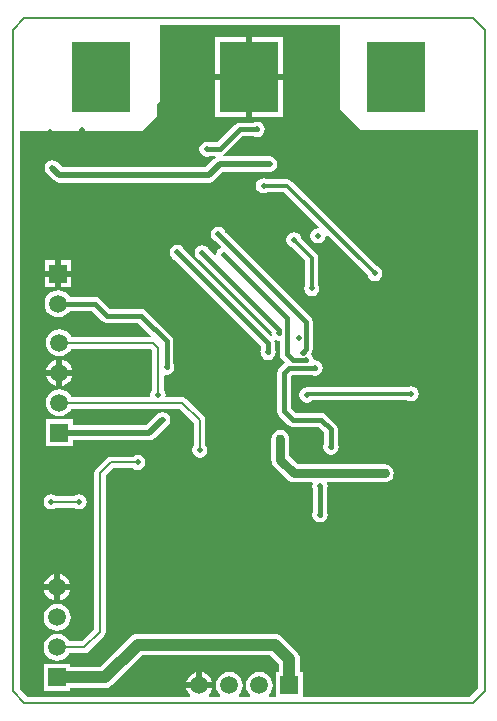
<source format=gbl>
%FSLAX25Y25*%
%MOIN*%
G70*
G01*
G75*
G04 Layer_Physical_Order=2*
G04 Layer_Color=16711680*
%ADD10R,0.02756X0.03347*%
%ADD11R,0.03347X0.02756*%
%ADD12O,0.05500X0.02500*%
%ADD13R,0.05500X0.02500*%
%ADD14R,0.07874X0.07874*%
%ADD15R,0.07087X0.03937*%
%ADD16R,0.05118X0.03937*%
%ADD17R,0.07874X0.07874*%
%ADD18O,0.01969X0.03543*%
%ADD19O,0.01969X0.03543*%
%ADD20R,0.01969X0.03543*%
%ADD21O,0.04724X0.00984*%
%ADD22R,0.04724X0.01772*%
%ADD23O,0.04724X0.01772*%
%ADD24O,0.00984X0.04724*%
%ADD25O,0.01772X0.04724*%
%ADD26R,0.03937X0.02362*%
%ADD27R,0.04724X0.02362*%
%ADD28R,0.06299X0.07087*%
%ADD29R,0.03347X0.01575*%
%ADD30R,0.02362X0.04724*%
%ADD31R,0.02362X0.03937*%
%ADD32C,0.02000*%
%ADD33C,0.01200*%
%ADD34C,0.04000*%
%ADD35C,0.00800*%
%ADD36C,0.01500*%
%ADD37C,0.01000*%
%ADD38C,0.03000*%
%ADD39C,0.00500*%
%ADD40R,0.05906X0.05906*%
%ADD41C,0.05906*%
%ADD42R,0.05906X0.05906*%
%ADD43R,0.19685X0.23622*%
%ADD44C,0.02000*%
%ADD45C,0.03000*%
G36*
X207000Y-70100D02*
X213800Y-76900D01*
X253016D01*
Y-262961D01*
X250261Y-265716D01*
X194453D01*
Y-257547D01*
X193530D01*
Y-253300D01*
X193410Y-252386D01*
X193057Y-251535D01*
X192496Y-250804D01*
X187596Y-245904D01*
X186865Y-245343D01*
X186014Y-244990D01*
X185100Y-244870D01*
X139400D01*
X138486Y-244990D01*
X137635Y-245343D01*
X136904Y-245904D01*
X127038Y-255770D01*
X117053D01*
Y-254847D01*
X108147D01*
Y-263753D01*
X117053D01*
Y-262830D01*
X128500D01*
X129414Y-262710D01*
X130265Y-262357D01*
X130996Y-261796D01*
X140862Y-251930D01*
X183638D01*
X186470Y-254762D01*
Y-257547D01*
X185547D01*
Y-265716D01*
X183250D01*
X183089Y-265242D01*
X183176Y-265176D01*
X183889Y-264246D01*
X184338Y-263162D01*
X184491Y-262000D01*
X184338Y-260838D01*
X183889Y-259754D01*
X183176Y-258824D01*
X182246Y-258110D01*
X181162Y-257662D01*
X180000Y-257509D01*
X178838Y-257662D01*
X177754Y-258110D01*
X176824Y-258824D01*
X176110Y-259754D01*
X175662Y-260838D01*
X175509Y-262000D01*
X175662Y-263162D01*
X176110Y-264246D01*
X176824Y-265176D01*
X176911Y-265242D01*
X176750Y-265716D01*
X173250D01*
X173089Y-265242D01*
X173176Y-265176D01*
X173890Y-264246D01*
X174338Y-263162D01*
X174491Y-262000D01*
X174338Y-260838D01*
X173890Y-259754D01*
X173176Y-258824D01*
X172246Y-258110D01*
X171162Y-257662D01*
X170000Y-257509D01*
X168838Y-257662D01*
X167754Y-258110D01*
X166824Y-258824D01*
X166111Y-259754D01*
X165662Y-260838D01*
X165509Y-262000D01*
X165662Y-263162D01*
X166111Y-264246D01*
X166824Y-265176D01*
X166911Y-265242D01*
X166750Y-265716D01*
X163250D01*
X163089Y-265242D01*
X163176Y-265176D01*
X163890Y-264246D01*
X164338Y-263162D01*
X164359Y-263000D01*
X155640D01*
X155662Y-263162D01*
X156111Y-264246D01*
X156824Y-265176D01*
X156911Y-265242D01*
X156750Y-265716D01*
X102739D01*
X100084Y-263061D01*
Y-77105D01*
X140905D01*
X145905Y-72105D01*
Y-68106D01*
X146906Y-67106D01*
Y-41989D01*
X207000D01*
Y-70100D01*
D02*
G37*
%LPC*%
G36*
X139406Y-185151D02*
X138430Y-185345D01*
X137805Y-185763D01*
X130500D01*
X129759Y-185910D01*
X129130Y-186330D01*
X125530Y-189930D01*
X125110Y-190559D01*
X124963Y-191300D01*
Y-243298D01*
X120898Y-247363D01*
X116617D01*
X116490Y-247054D01*
X115776Y-246124D01*
X114846Y-245410D01*
X113762Y-244962D01*
X112600Y-244809D01*
X111438Y-244962D01*
X110354Y-245410D01*
X109424Y-246124D01*
X108711Y-247054D01*
X108262Y-248138D01*
X108109Y-249300D01*
X108262Y-250462D01*
X108711Y-251546D01*
X109424Y-252476D01*
X110354Y-253189D01*
X111438Y-253638D01*
X112600Y-253791D01*
X113762Y-253638D01*
X114846Y-253189D01*
X115776Y-252476D01*
X116490Y-251546D01*
X116617Y-251237D01*
X121700D01*
X122441Y-251090D01*
X123070Y-250670D01*
X123070Y-250670D01*
X123070Y-250670D01*
X128270Y-245470D01*
X128690Y-244841D01*
X128837Y-244100D01*
X128837Y-244100D01*
X128837Y-244100D01*
Y-244100D01*
Y-192102D01*
X131302Y-189637D01*
X137805D01*
X138430Y-190055D01*
X139406Y-190249D01*
X140381Y-190055D01*
X141208Y-189502D01*
X141761Y-188675D01*
X141955Y-187700D01*
X141761Y-186724D01*
X141208Y-185898D01*
X140381Y-185345D01*
X139406Y-185151D01*
D02*
G37*
G36*
X187000Y-176932D02*
X186217Y-177035D01*
X185487Y-177338D01*
X184860Y-177819D01*
X184379Y-178445D01*
X184077Y-179175D01*
X183974Y-179958D01*
Y-186800D01*
X184077Y-187583D01*
X184291Y-188099D01*
X184379Y-188313D01*
X184860Y-188940D01*
X189360Y-193440D01*
X189987Y-193921D01*
X190201Y-194009D01*
X190717Y-194223D01*
X191500Y-194326D01*
X197502D01*
X197819Y-194712D01*
X197677Y-195426D01*
X197871Y-196401D01*
X197932Y-196493D01*
Y-204059D01*
X197871Y-204151D01*
X197677Y-205126D01*
X197871Y-206101D01*
X198424Y-206928D01*
X199250Y-207481D01*
X200226Y-207675D01*
X201201Y-207481D01*
X202028Y-206928D01*
X202581Y-206101D01*
X202775Y-205126D01*
X202581Y-204151D01*
X202520Y-204059D01*
Y-196493D01*
X202581Y-196401D01*
X202775Y-195426D01*
X202581Y-194450D01*
X202648Y-194326D01*
X221795D01*
X221797Y-194325D01*
X221800Y-194326D01*
X222583Y-194223D01*
X223313Y-193921D01*
X223940Y-193440D01*
X224420Y-192813D01*
X224723Y-192083D01*
X224826Y-191300D01*
X224723Y-190517D01*
X224420Y-189787D01*
X223940Y-189160D01*
X223313Y-188680D01*
X222583Y-188377D01*
X221800Y-188274D01*
X221797Y-188275D01*
X221795Y-188274D01*
X192753D01*
X190026Y-185547D01*
Y-179958D01*
X189923Y-179175D01*
X189620Y-178445D01*
X189140Y-177819D01*
X188513Y-177338D01*
X187783Y-177035D01*
X187000Y-176932D01*
D02*
G37*
G36*
X119900Y-198251D02*
X118924Y-198445D01*
X118299Y-198863D01*
X112301D01*
X111676Y-198445D01*
X110700Y-198251D01*
X109724Y-198445D01*
X108898Y-198998D01*
X108345Y-199825D01*
X108151Y-200800D01*
X108345Y-201776D01*
X108898Y-202602D01*
X109724Y-203155D01*
X110700Y-203349D01*
X111676Y-203155D01*
X112301Y-202737D01*
X118299D01*
X118924Y-203155D01*
X119900Y-203349D01*
X120876Y-203155D01*
X121702Y-202602D01*
X122255Y-201776D01*
X122449Y-200800D01*
X122255Y-199825D01*
X121702Y-198998D01*
X120876Y-198445D01*
X119900Y-198251D01*
D02*
G37*
G36*
X147800Y-170913D02*
X147750Y-170923D01*
X147700Y-170913D01*
X146724Y-171107D01*
X145898Y-171660D01*
X142306Y-175251D01*
X117753D01*
Y-173347D01*
X108847D01*
Y-182253D01*
X117753D01*
Y-180349D01*
X143362D01*
X144338Y-180155D01*
X145165Y-179602D01*
X145165Y-179602D01*
X145165Y-179602D01*
X149301Y-175466D01*
X149602Y-175265D01*
X150155Y-174438D01*
X150349Y-173462D01*
X150155Y-172487D01*
X149602Y-171660D01*
X148775Y-171107D01*
X147800Y-170913D01*
D02*
G37*
G36*
X117659Y-158800D02*
X114300D01*
Y-162160D01*
X114462Y-162138D01*
X115546Y-161689D01*
X116476Y-160976D01*
X117190Y-160046D01*
X117638Y-158962D01*
X117659Y-158800D01*
D02*
G37*
G36*
X112300D02*
X108940D01*
X108962Y-158962D01*
X109411Y-160046D01*
X110124Y-160976D01*
X111054Y-161689D01*
X112138Y-162138D01*
X112300Y-162160D01*
Y-158800D01*
D02*
G37*
G36*
X230600Y-162251D02*
X229625Y-162445D01*
X229305Y-162659D01*
X196200D01*
X196020Y-162695D01*
X195800Y-162651D01*
X194825Y-162845D01*
X193998Y-163398D01*
X193445Y-164225D01*
X193251Y-165200D01*
X193445Y-166175D01*
X193998Y-167002D01*
X194825Y-167555D01*
X195800Y-167749D01*
X196775Y-167555D01*
X197602Y-167002D01*
X197643Y-166941D01*
X229305D01*
X229625Y-167155D01*
X230600Y-167349D01*
X231575Y-167155D01*
X232402Y-166602D01*
X232955Y-165776D01*
X233149Y-164800D01*
X232955Y-163824D01*
X232402Y-162998D01*
X231575Y-162445D01*
X230600Y-162251D01*
D02*
G37*
G36*
X112600Y-234809D02*
X111438Y-234962D01*
X110354Y-235410D01*
X109424Y-236124D01*
X108711Y-237054D01*
X108262Y-238138D01*
X108109Y-239300D01*
X108262Y-240462D01*
X108711Y-241546D01*
X109424Y-242476D01*
X110354Y-243190D01*
X111438Y-243638D01*
X112600Y-243791D01*
X113762Y-243638D01*
X114846Y-243190D01*
X115776Y-242476D01*
X116490Y-241546D01*
X116938Y-240462D01*
X117091Y-239300D01*
X116938Y-238138D01*
X116490Y-237054D01*
X115776Y-236124D01*
X114846Y-235410D01*
X113762Y-234962D01*
X112600Y-234809D01*
D02*
G37*
G36*
X161000Y-257641D02*
Y-261000D01*
X164359D01*
X164338Y-260838D01*
X163890Y-259754D01*
X163176Y-258824D01*
X162246Y-258110D01*
X161162Y-257662D01*
X161000Y-257641D01*
D02*
G37*
G36*
X159000D02*
X158838Y-257662D01*
X157754Y-258110D01*
X156824Y-258824D01*
X156111Y-259754D01*
X155662Y-260838D01*
X155640Y-261000D01*
X159000D01*
Y-257641D01*
D02*
G37*
G36*
X111600Y-230300D02*
X108240D01*
X108262Y-230462D01*
X108711Y-231546D01*
X109424Y-232476D01*
X110354Y-233190D01*
X111438Y-233638D01*
X111600Y-233660D01*
Y-230300D01*
D02*
G37*
G36*
X113600Y-224940D02*
Y-228300D01*
X116960D01*
X116938Y-228138D01*
X116490Y-227054D01*
X115776Y-226124D01*
X114846Y-225411D01*
X113762Y-224962D01*
X113600Y-224940D01*
D02*
G37*
G36*
X111600D02*
X111438Y-224962D01*
X110354Y-225411D01*
X109424Y-226124D01*
X108711Y-227054D01*
X108262Y-228138D01*
X108240Y-228300D01*
X111600D01*
Y-224940D01*
D02*
G37*
G36*
X116960Y-230300D02*
X113600D01*
Y-233660D01*
X113762Y-233638D01*
X114846Y-233190D01*
X115776Y-232476D01*
X116490Y-231546D01*
X116938Y-230462D01*
X116960Y-230300D01*
D02*
G37*
G36*
X179300Y-74151D02*
X178324Y-74345D01*
X178233Y-74406D01*
X173400D01*
X172522Y-74581D01*
X171778Y-75078D01*
X165855Y-81000D01*
X163661D01*
X163570Y-80940D01*
X162594Y-80746D01*
X161619Y-80940D01*
X160792Y-81492D01*
X160240Y-82319D01*
X160046Y-83294D01*
X160240Y-84270D01*
X160792Y-85097D01*
X161619Y-85649D01*
X162594Y-85843D01*
X163570Y-85649D01*
X163661Y-85589D01*
X165331D01*
X165476Y-86067D01*
X164981Y-86398D01*
X162044Y-89334D01*
X114439D01*
X112802Y-87698D01*
X111976Y-87145D01*
X111000Y-86951D01*
X110024Y-87145D01*
X109198Y-87698D01*
X108645Y-88525D01*
X108451Y-89500D01*
X108645Y-90475D01*
X109198Y-91302D01*
X111581Y-93686D01*
X112408Y-94238D01*
X113383Y-94432D01*
X163100D01*
X164076Y-94238D01*
X164902Y-93686D01*
X167839Y-90749D01*
X183500D01*
X184476Y-90555D01*
X185302Y-90002D01*
X185855Y-89175D01*
X186049Y-88200D01*
X185855Y-87225D01*
X185302Y-86398D01*
X184476Y-85845D01*
X183500Y-85651D01*
X168190D01*
X168045Y-85173D01*
X168428Y-84917D01*
X174350Y-78994D01*
X178233D01*
X178324Y-79055D01*
X179300Y-79249D01*
X180275Y-79055D01*
X181102Y-78502D01*
X181655Y-77675D01*
X181849Y-76700D01*
X181655Y-75725D01*
X181102Y-74898D01*
X180275Y-74345D01*
X179300Y-74151D01*
D02*
G37*
G36*
X181400Y-92851D02*
X180424Y-93045D01*
X179598Y-93598D01*
X179045Y-94424D01*
X178851Y-95400D01*
X179045Y-96376D01*
X179598Y-97202D01*
X180424Y-97755D01*
X181400Y-97949D01*
X182376Y-97755D01*
X182695Y-97541D01*
X188313D01*
X199893Y-109122D01*
X199658Y-109563D01*
X199600Y-109551D01*
X198625Y-109745D01*
X197798Y-110298D01*
X197245Y-111125D01*
X197051Y-112100D01*
X197245Y-113075D01*
X197798Y-113902D01*
X198625Y-114455D01*
X199600Y-114649D01*
X200575Y-114455D01*
X201402Y-113902D01*
X201955Y-113075D01*
X202149Y-112100D01*
X202137Y-112042D01*
X202578Y-111806D01*
X216070Y-125298D01*
X216145Y-125675D01*
X216698Y-126502D01*
X217525Y-127055D01*
X218500Y-127249D01*
X219476Y-127055D01*
X220302Y-126502D01*
X220855Y-125675D01*
X221049Y-124700D01*
X220855Y-123724D01*
X220302Y-122898D01*
X219476Y-122345D01*
X219098Y-122270D01*
X190714Y-93886D01*
X190019Y-93422D01*
X189200Y-93259D01*
X182695D01*
X182376Y-93045D01*
X181400Y-92851D01*
D02*
G37*
G36*
X166300Y-109051D02*
X165324Y-109245D01*
X164498Y-109798D01*
X163945Y-110625D01*
X163751Y-111600D01*
X163945Y-112575D01*
X164498Y-113402D01*
X165324Y-113955D01*
X165432Y-113976D01*
X167131Y-115676D01*
X167082Y-116173D01*
X166298Y-116698D01*
X165745Y-117525D01*
X165554Y-118486D01*
X165075Y-118631D01*
X163376Y-116932D01*
X163355Y-116824D01*
X162802Y-115998D01*
X161976Y-115445D01*
X161000Y-115251D01*
X160024Y-115445D01*
X159198Y-115998D01*
X158645Y-116824D01*
X158451Y-117800D01*
X158645Y-118775D01*
X159198Y-119602D01*
X160024Y-120155D01*
X160132Y-120176D01*
X184101Y-144146D01*
X184026Y-144525D01*
X184170Y-145249D01*
X183729Y-145484D01*
X155076Y-116832D01*
X155055Y-116725D01*
X154502Y-115898D01*
X153675Y-115345D01*
X152700Y-115151D01*
X151725Y-115345D01*
X150898Y-115898D01*
X150345Y-116725D01*
X150151Y-117700D01*
X150345Y-118675D01*
X150898Y-119502D01*
X151725Y-120055D01*
X151832Y-120076D01*
X180627Y-148871D01*
Y-149955D01*
X180566Y-150046D01*
X180372Y-151021D01*
X180566Y-151997D01*
X181119Y-152824D01*
X181946Y-153376D01*
X182921Y-153570D01*
X183897Y-153376D01*
X184724Y-152824D01*
X185276Y-151997D01*
X185470Y-151021D01*
X185276Y-150046D01*
X185215Y-149955D01*
Y-147921D01*
X185045Y-147065D01*
X185461Y-146788D01*
X185599Y-146880D01*
X186575Y-147074D01*
X186806Y-147264D01*
Y-151500D01*
X186980Y-152378D01*
X187478Y-153122D01*
X188446Y-154091D01*
X188398Y-154578D01*
X186678Y-156298D01*
X186180Y-157043D01*
X186006Y-157921D01*
Y-170500D01*
X186180Y-171378D01*
X186678Y-172122D01*
X186678Y-172122D01*
X186678Y-172122D01*
X189640Y-175084D01*
X189640D01*
X189640Y-175084D01*
X189640Y-175084D01*
Y-175084D01*
X190384Y-175582D01*
X191262Y-175756D01*
X199706D01*
X201606Y-177656D01*
Y-181533D01*
X201545Y-181624D01*
X201351Y-182600D01*
X201545Y-183575D01*
X202098Y-184402D01*
X202924Y-184955D01*
X203900Y-185149D01*
X204875Y-184955D01*
X205702Y-184402D01*
X206255Y-183575D01*
X206449Y-182600D01*
X206255Y-181624D01*
X206194Y-181533D01*
Y-176706D01*
X206019Y-175828D01*
X205522Y-175083D01*
X202279Y-171840D01*
X201535Y-171343D01*
X200657Y-171168D01*
X192212D01*
X190594Y-169550D01*
Y-158871D01*
X190971Y-158494D01*
X197533D01*
X197625Y-158555D01*
X198600Y-158749D01*
X199575Y-158555D01*
X200402Y-158002D01*
X200955Y-157176D01*
X201149Y-156200D01*
X200955Y-155225D01*
X200402Y-154398D01*
X199575Y-153845D01*
X198600Y-153651D01*
X198183Y-153734D01*
X198149Y-153700D01*
X197955Y-152725D01*
X197402Y-151898D01*
X197132Y-151717D01*
X197122Y-151622D01*
X197619Y-150878D01*
X197794Y-150000D01*
Y-143300D01*
Y-140800D01*
X197619Y-139922D01*
X197122Y-139178D01*
X168676Y-110732D01*
X168655Y-110625D01*
X168102Y-109798D01*
X167276Y-109245D01*
X166300Y-109051D01*
D02*
G37*
G36*
X175500Y-60300D02*
X165157D01*
Y-72611D01*
X175500D01*
Y-60300D01*
D02*
G37*
G36*
X187843Y-45989D02*
X177500D01*
Y-58300D01*
X187843D01*
Y-45989D01*
D02*
G37*
G36*
X175500D02*
X165157D01*
Y-58300D01*
X175500D01*
Y-45989D01*
D02*
G37*
G36*
X187843Y-60300D02*
X177500D01*
Y-72611D01*
X187843D01*
Y-60300D01*
D02*
G37*
G36*
X117353Y-120347D02*
X113900D01*
Y-123800D01*
X117353D01*
Y-120347D01*
D02*
G37*
G36*
X112900Y-130309D02*
X111738Y-130462D01*
X110654Y-130911D01*
X109724Y-131624D01*
X109011Y-132554D01*
X108562Y-133638D01*
X108409Y-134800D01*
X108562Y-135962D01*
X109011Y-137046D01*
X109724Y-137976D01*
X110654Y-138689D01*
X111738Y-139138D01*
X112900Y-139291D01*
X114062Y-139138D01*
X115146Y-138689D01*
X116076Y-137976D01*
X116752Y-137094D01*
X124250D01*
X127578Y-140422D01*
X128322Y-140919D01*
X129200Y-141094D01*
X139650D01*
X143956Y-145401D01*
X143765Y-145863D01*
X117317D01*
X117190Y-145554D01*
X116476Y-144624D01*
X115546Y-143911D01*
X114462Y-143462D01*
X113300Y-143309D01*
X112138Y-143462D01*
X111054Y-143911D01*
X110124Y-144624D01*
X109411Y-145554D01*
X108962Y-146638D01*
X108809Y-147800D01*
X108962Y-148962D01*
X109411Y-150046D01*
X110124Y-150976D01*
X111054Y-151690D01*
X112138Y-152138D01*
X113300Y-152291D01*
X114462Y-152138D01*
X115546Y-151690D01*
X116476Y-150976D01*
X117190Y-150046D01*
X117317Y-149737D01*
X143798D01*
X144263Y-150202D01*
Y-163599D01*
X143845Y-164225D01*
X143651Y-165200D01*
X143706Y-165476D01*
X143389Y-165863D01*
X117317D01*
X117190Y-165554D01*
X116476Y-164624D01*
X115546Y-163910D01*
X114462Y-163462D01*
X113300Y-163309D01*
X112138Y-163462D01*
X111054Y-163910D01*
X110124Y-164624D01*
X109411Y-165554D01*
X108962Y-166638D01*
X108809Y-167800D01*
X108962Y-168962D01*
X109411Y-170046D01*
X110124Y-170976D01*
X111054Y-171689D01*
X112138Y-172138D01*
X113300Y-172291D01*
X114462Y-172138D01*
X115546Y-171689D01*
X116476Y-170976D01*
X117190Y-170046D01*
X117317Y-169737D01*
X153398D01*
X158163Y-174502D01*
Y-181899D01*
X157745Y-182525D01*
X157551Y-183500D01*
X157745Y-184476D01*
X158298Y-185302D01*
X159125Y-185855D01*
X160100Y-186049D01*
X161075Y-185855D01*
X161902Y-185302D01*
X162455Y-184476D01*
X162649Y-183500D01*
X162455Y-182525D01*
X162037Y-181899D01*
Y-173700D01*
X161890Y-172959D01*
X161470Y-172330D01*
X155570Y-166430D01*
X154941Y-166010D01*
X154200Y-165863D01*
X149011D01*
X148694Y-165476D01*
X148749Y-165200D01*
X148555Y-164225D01*
X148137Y-163599D01*
Y-158751D01*
X148524Y-158434D01*
X149100Y-158549D01*
X150075Y-158355D01*
X150902Y-157802D01*
X151455Y-156975D01*
X151649Y-156000D01*
X151455Y-155025D01*
X151394Y-154933D01*
Y-147300D01*
X151219Y-146422D01*
X150722Y-145678D01*
X142222Y-137178D01*
X141478Y-136680D01*
X140600Y-136506D01*
X130150D01*
X126822Y-133178D01*
X126078Y-132680D01*
X125200Y-132506D01*
X116752D01*
X116076Y-131624D01*
X115146Y-130911D01*
X114062Y-130462D01*
X112900Y-130309D01*
D02*
G37*
G36*
X114300Y-153440D02*
Y-156800D01*
X117659D01*
X117638Y-156638D01*
X117190Y-155554D01*
X116476Y-154624D01*
X115546Y-153911D01*
X114462Y-153462D01*
X114300Y-153440D01*
D02*
G37*
G36*
X112300D02*
X112138Y-153462D01*
X111054Y-153911D01*
X110124Y-154624D01*
X109411Y-155554D01*
X108962Y-156638D01*
X108940Y-156800D01*
X112300D01*
Y-153440D01*
D02*
G37*
G36*
X191600Y-110951D02*
X190624Y-111145D01*
X189798Y-111698D01*
X189245Y-112524D01*
X189051Y-113500D01*
X189245Y-114476D01*
X189798Y-115302D01*
X190624Y-115855D01*
X191002Y-115930D01*
X195359Y-120287D01*
Y-128405D01*
X195145Y-128725D01*
X194951Y-129700D01*
X195145Y-130675D01*
X195698Y-131502D01*
X196525Y-132055D01*
X197500Y-132249D01*
X198476Y-132055D01*
X199302Y-131502D01*
X199855Y-130675D01*
X200049Y-129700D01*
X199855Y-128725D01*
X199641Y-128405D01*
Y-119400D01*
X199478Y-118581D01*
X199014Y-117886D01*
X194030Y-112902D01*
X193955Y-112524D01*
X193402Y-111698D01*
X192576Y-111145D01*
X191600Y-110951D01*
D02*
G37*
G36*
X111900Y-120347D02*
X108447D01*
Y-123800D01*
X111900D01*
Y-120347D01*
D02*
G37*
G36*
X117353Y-125800D02*
X113900D01*
Y-129253D01*
X117353D01*
Y-125800D01*
D02*
G37*
G36*
X111900D02*
X108447D01*
Y-129253D01*
X111900D01*
Y-125800D01*
D02*
G37*
%LPD*%
D32*
X111000Y-89500D02*
X113383Y-91883D01*
X143362Y-177800D02*
X147700Y-173462D01*
X113300Y-177800D02*
X143362D01*
X166783Y-88200D02*
X183500D01*
X163100Y-91883D02*
X166783Y-88200D01*
X113383Y-91883D02*
X163100D01*
D33*
X191600Y-113500D02*
X197500Y-119400D01*
Y-129700D02*
Y-119400D01*
X181400Y-95400D02*
X189200D01*
X218500Y-124700D01*
X196200Y-164800D02*
X230600D01*
X195800Y-165200D02*
X196200Y-164800D01*
D34*
X190000Y-262000D02*
Y-253300D01*
X185100Y-248400D02*
X190000Y-253300D01*
X139400Y-248400D02*
X185100D01*
X128500Y-259300D02*
X139400Y-248400D01*
X112600Y-259300D02*
X128500D01*
D35*
X146200Y-165200D02*
Y-149400D01*
X144600Y-147800D02*
X146200Y-149400D01*
X113300Y-147800D02*
X144600D01*
X160100Y-183500D02*
Y-173700D01*
X154200Y-167800D02*
X160100Y-173700D01*
X113300Y-167800D02*
X154200D01*
X112600Y-249300D02*
X121700D01*
X126900Y-244100D01*
Y-191300D01*
X130500Y-187700D01*
X139406D01*
X110700Y-200800D02*
X119900D01*
D36*
X161000Y-117800D02*
X186575Y-143375D01*
Y-144525D02*
Y-143375D01*
X182921Y-151021D02*
Y-147921D01*
X152700Y-117700D02*
X182921Y-147921D01*
X189100Y-151500D02*
X191300Y-153700D01*
X189100Y-151500D02*
Y-139500D01*
X191300Y-153700D02*
X195600D01*
X168100Y-118500D02*
X189100Y-139500D01*
X166300Y-111600D02*
X195500Y-140800D01*
X149100Y-156000D02*
Y-147300D01*
X140600Y-138800D02*
X149100Y-147300D01*
X129200Y-138800D02*
X140600D01*
X125200Y-134800D02*
X129200Y-138800D01*
X112900Y-134800D02*
X125200D01*
X162594Y-83294D02*
X166806D01*
X173400Y-76700D01*
X179300D01*
X195500Y-149800D02*
Y-143300D01*
Y-140800D01*
Y-150000D02*
Y-143300D01*
X194447Y-151053D02*
X195500Y-150000D01*
X200226Y-205126D02*
Y-195426D01*
X203900Y-182600D02*
Y-176706D01*
X200657Y-173462D02*
X203900Y-176706D01*
X191262Y-173462D02*
X200657D01*
X188300Y-170500D02*
X191262Y-173462D01*
X188300Y-170500D02*
Y-157921D01*
X190021Y-156200D01*
X198600D01*
D38*
X187000Y-186800D02*
Y-179958D01*
Y-186800D02*
X191500Y-191300D01*
X221795D01*
D39*
X251306Y-267900D02*
X255243Y-263963D01*
Y-43490D01*
X251306Y-39553D02*
X255243Y-43490D01*
X101700Y-39553D02*
X133800D01*
X133196D02*
X184000D01*
X182409D02*
X233600D01*
X231621D02*
X251306D01*
X97763Y-43490D02*
X101700Y-39553D01*
X97763Y-263963D02*
Y-43490D01*
Y-263963D02*
X101700Y-267900D01*
X251306D01*
X101700D02*
X251306D01*
X97763Y-263963D02*
X101700Y-267900D01*
X97763Y-263963D02*
Y-43490D01*
X101700Y-39553D01*
X231621D02*
X251306D01*
X182409D02*
X233600D01*
X133196D02*
X184000D01*
X101700D02*
X133800D01*
X251306D02*
X255243Y-43490D01*
Y-263963D02*
Y-43490D01*
X251306Y-267900D02*
X255243Y-263963D01*
D40*
X112900Y-124800D02*
D03*
X113300Y-177800D02*
D03*
X112600Y-259300D02*
D03*
D41*
X112900Y-134800D02*
D03*
X160000Y-262000D02*
D03*
X170000D02*
D03*
X180000D02*
D03*
X113300Y-147800D02*
D03*
Y-157800D02*
D03*
Y-167800D02*
D03*
X112600Y-249300D02*
D03*
Y-239300D02*
D03*
Y-229300D02*
D03*
D42*
X190000Y-262000D02*
D03*
D43*
X127300Y-59300D02*
D03*
X176500D02*
D03*
X225700D02*
D03*
D44*
X190200Y-48589D02*
D03*
X111000Y-89500D02*
D03*
X186575Y-144525D02*
D03*
X182921Y-151021D02*
D03*
X195600Y-153700D02*
D03*
X193200Y-146200D02*
D03*
X194447Y-151053D02*
D03*
X152700Y-117700D02*
D03*
X161000Y-117800D02*
D03*
X168100Y-118500D02*
D03*
X166300Y-111600D02*
D03*
X119500Y-124300D02*
D03*
X149100Y-156000D02*
D03*
X155600Y-216000D02*
D03*
X151600Y-182500D02*
D03*
X142000Y-182400D02*
D03*
X132600Y-173000D02*
D03*
X181900Y-161500D02*
D03*
X160900Y-166700D02*
D03*
X230600Y-164800D02*
D03*
X147800Y-173462D02*
D03*
X146200Y-165200D02*
D03*
X160100Y-183500D02*
D03*
X139406Y-187700D02*
D03*
X110700Y-200800D02*
D03*
X119900D02*
D03*
X194600Y-203800D02*
D03*
X185800Y-210100D02*
D03*
X211900Y-206100D02*
D03*
X183500Y-215600D02*
D03*
X187800Y-219400D02*
D03*
X196700Y-228900D02*
D03*
X203700Y-223700D02*
D03*
X212400Y-219700D02*
D03*
X211900Y-225400D02*
D03*
X201200Y-232300D02*
D03*
X192900Y-235100D02*
D03*
X191700Y-226300D02*
D03*
X198600Y-222800D02*
D03*
X207400Y-231300D02*
D03*
X207700Y-236000D02*
D03*
X142700Y-236900D02*
D03*
X152000D02*
D03*
X160100Y-229400D02*
D03*
X134500Y-232900D02*
D03*
X134300Y-224900D02*
D03*
X135200Y-215500D02*
D03*
X138600Y-210200D02*
D03*
X137300Y-264100D02*
D03*
X146100Y-259300D02*
D03*
X236700Y-255100D02*
D03*
X232000Y-262000D02*
D03*
X243800Y-243500D02*
D03*
X240200Y-231400D02*
D03*
X242400Y-205100D02*
D03*
X232400Y-195500D02*
D03*
X173200Y-154300D02*
D03*
X172400Y-161200D02*
D03*
X161100Y-158000D02*
D03*
X179700Y-151200D02*
D03*
X199900Y-186000D02*
D03*
X180500Y-188200D02*
D03*
X207400Y-185600D02*
D03*
X194300Y-185900D02*
D03*
X126600Y-153100D02*
D03*
X130600Y-155701D02*
D03*
X148200Y-141500D02*
D03*
X112200Y-114400D02*
D03*
X120400Y-129100D02*
D03*
X128500Y-132800D02*
D03*
X137400Y-135300D02*
D03*
X149400Y-134400D02*
D03*
X136200Y-125500D02*
D03*
X131300Y-118700D02*
D03*
X139200Y-115500D02*
D03*
X143700Y-116200D02*
D03*
X148200Y-98500D02*
D03*
X110300Y-77500D02*
D03*
X120800Y-77000D02*
D03*
X236000Y-83000D02*
D03*
X240963Y-87001D02*
D03*
X242800Y-95600D02*
D03*
X244600Y-105500D02*
D03*
X241600Y-158300D02*
D03*
X243800Y-166300D02*
D03*
X244000Y-194300D02*
D03*
X250900Y-174000D02*
D03*
X162594Y-83294D02*
D03*
X179300Y-76700D02*
D03*
X191600Y-113500D02*
D03*
X197500Y-129700D02*
D03*
X181400Y-95400D02*
D03*
X218500Y-124700D02*
D03*
X199600Y-112100D02*
D03*
X183500Y-88200D02*
D03*
X195800Y-165200D02*
D03*
X207800Y-132100D02*
D03*
X209700Y-141800D02*
D03*
X213300Y-160600D02*
D03*
X220800Y-157000D02*
D03*
X225600Y-147600D02*
D03*
X212700Y-151400D02*
D03*
X200226Y-205126D02*
D03*
Y-195426D02*
D03*
X203900Y-182600D02*
D03*
X198600Y-156200D02*
D03*
D45*
X187000Y-179958D02*
D03*
X221800Y-191300D02*
D03*
M02*

</source>
